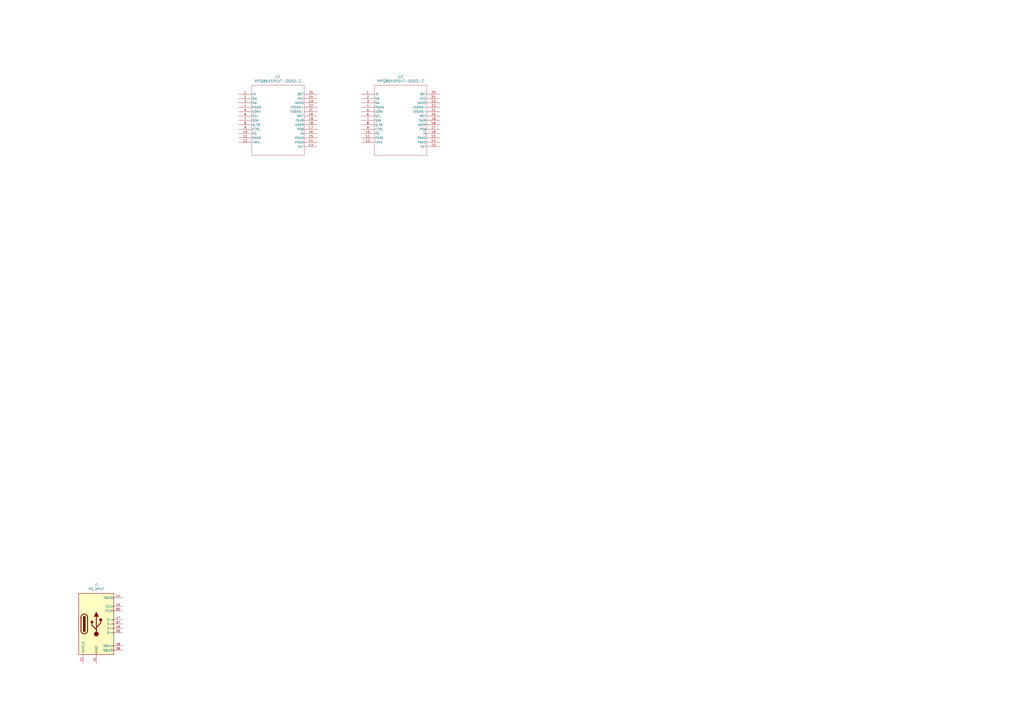
<source format=kicad_sch>
(kicad_sch (version 20231120) (generator "eeschema") (generator_version "8.0")
  (paper "A2")
  (lib_symbols
    (symbol "Connector:USB_C_Receptacle_USB2.0_16P" (pin_names (offset 1.016))
      (property "Reference" "J" (at 0 22.225 0))
      (property "Value" "USB_C_Receptacle_USB2.0_16P" (at 0 19.685 0))
      (symbol "USB_C_Receptacle_USB2.0_16P_0_0"
        (rectangle (start -0.254 -17.78) (end 0.254 -16.764))
        (rectangle (start 10.16 -14.986) (end 9.144 -15.494))
        (rectangle (start 10.16 -12.446) (end 9.144 -12.954))
        (rectangle (start 10.16 -4.826) (end 9.144 -5.334))
        (rectangle (start 10.16 -2.286) (end 9.144 -2.794))
        (rectangle (start 10.16 0.254) (end 9.144 -0.254))
        (rectangle (start 10.16 2.794) (end 9.144 2.286))
        (rectangle (start 10.16 7.874) (end 9.144 7.366))
        (rectangle (start 10.16 10.414) (end 9.144 9.906))
        (rectangle (start 10.16 15.494) (end 9.144 14.986))
      )
      (symbol "USB_C_Receptacle_USB2.0_16P_0_1"
        (rectangle (start -10.16 17.78) (end 10.16 -17.78) (stroke (width 0.254)) (fill (type background)))
        (arc (start -8.89 -3.81) (mid -6.985 -5.7067) (end -5.08 -3.81) (stroke (width 0.508)))
        (arc (start -7.62 -3.81) (mid -6.985 -4.4423) (end -6.35 -3.81) (stroke (width 0.254)))
        (arc (start -7.62 -3.81) (mid -6.985 -4.4423) (end -6.35 -3.81) (stroke (width 0.254)) (fill (type outline)))
        (rectangle (start -7.62 -3.81) (end -6.35 3.81) (stroke (width 0.254)) (fill (type outline)))
        (arc (start -6.35 3.81) (mid -6.985 4.4423) (end -7.62 3.81) (stroke (width 0.254)))
        (arc (start -6.35 3.81) (mid -6.985 4.4423) (end -7.62 3.81) (stroke (width 0.254)) (fill (type outline)))
        (arc (start -5.08 3.81) (mid -6.985 5.7067) (end -8.89 3.81) (stroke (width 0.508)))
        (circle (center -2.54 1.143) (radius 0.635) (stroke (width 0.254)) (fill (type outline)))
        (circle (center 0 -5.842) (radius 1.27) (fill (type outline)))
        (polyline (pts (xy -8.89 -3.81) (xy -8.89 3.81)) (stroke (width 0.508)))
        (polyline (pts (xy -5.08 3.81) (xy -5.08 -3.81)) (stroke (width 0.508)))
        (polyline (pts (xy 0 -5.842) (xy 0 4.318)) (stroke (width 0.508)))
        (polyline (pts (xy 0 -3.302) (xy -2.54 -0.762) (xy -2.54 0.508)) (stroke (width 0.508)))
        (polyline (pts (xy 0 -2.032) (xy 2.54 0.508) (xy 2.54 1.778)) (stroke (width 0.508)))
        (polyline (pts (xy -1.27 4.318) (xy 0 6.858) (xy 1.27 4.318) (xy -1.27 4.318)) (stroke (width 0.254)) (fill (type outline)))
        (rectangle (start 1.905 1.778) (end 3.175 3.048) (stroke (width 0.254)) (fill (type outline)))
      )
      (symbol "USB_C_Receptacle_USB2.0_16P_1_1"
        (pin passive line (at 0 -22.86 90) (length 5.08) (name "GND") (number "A1"))
        (pin passive line (at 0 -22.86 90) (length 5.08) hide (name "GND") (number "A12"))
        (pin passive line (at 15.24 15.24 180) (length 5.08) (name "VBUS") (number "A4"))
        (pin bidirectional line (at 15.24 10.16 180) (length 5.08) (name "CC1") (number "A5"))
        (pin bidirectional line (at 15.24 -2.54 180) (length 5.08) (name "D+") (number "A6"))
        (pin bidirectional line (at 15.24 2.54 180) (length 5.08) (name "D-") (number "A7"))
        (pin bidirectional line (at 15.24 -12.7 180) (length 5.08) (name "SBU1") (number "A8"))
        (pin passive line (at 15.24 15.24 180) (length 5.08) hide (name "VBUS") (number "A9"))
        (pin passive line (at 0 -22.86 90) (length 5.08) hide (name "GND") (number "B1"))
        (pin passive line (at 0 -22.86 90) (length 5.08) hide (name "GND") (number "B12"))
        (pin passive line (at 15.24 15.24 180) (length 5.08) hide (name "VBUS") (number "B4"))
        (pin bidirectional line (at 15.24 7.62 180) (length 5.08) (name "CC2") (number "B5"))
        (pin bidirectional line (at 15.24 -5.08 180) (length 5.08) (name "D+") (number "B6"))
        (pin bidirectional line (at 15.24 0 180) (length 5.08) (name "D-") (number "B7"))
        (pin bidirectional line (at 15.24 -15.24 180) (length 5.08) (name "SBU2") (number "B8"))
        (pin passive line (at 15.24 15.24 180) (length 5.08) hide (name "VBUS") (number "B9"))
        (pin passive line (at -7.62 -22.86 90) (length 5.08) (name "SHIELD") (number "S1"))
      )
    )
    (symbol "MPQ8645PGVT-0000-Z:MPQ8645PGVT-0000-Z" (pin_names (offset 0.254))
      (property "Reference" "U" (at 22.86 10.16 0))
      (property "Value" "MPQ8645PGVT-0000-Z" (at 22.86 7.62 0))
      (symbol "MPQ8645PGVT-0000-Z_0_1"
        (polyline (pts (xy 7.62 -35.56) (xy 38.1 -35.56)) (stroke (width 0.127)))
        (polyline (pts (xy 7.62 5.08) (xy 7.62 -35.56)) (stroke (width 0.127)))
        (polyline (pts (xy 38.1 -35.56) (xy 38.1 5.08)) (stroke (width 0.127)))
        (polyline (pts (xy 38.1 5.08) (xy 7.62 5.08)) (stroke (width 0.127)))
        (pin power_in line (at 0 0 0) (length 7.62) (name "IN") (number "1"))
        (pin output line (at 0 -22.86 0) (length 7.62) (name "PG") (number "10"))
        (pin unspecified line (at 0 -25.4 0) (length 7.62) (name "PASS") (number "11"))
        (pin unspecified line (at 0 -27.94 0) (length 7.62) (name "TAKE") (number "12"))
        (pin unspecified line (at 45.72 -30.48 180) (length 7.62) (name "SET") (number "13"))
        (pin power_in line (at 45.72 -27.94 180) (length 7.62) (name "PGND") (number "14"))
        (pin power_in line (at 45.72 -25.4 180) (length 7.62) (name "PGND") (number "15"))
        (pin power_in line (at 45.72 -22.86 180) (length 7.62) (name "IN") (number "16"))
        (pin unspecified line (at 45.72 -20.32 180) (length 7.62) (name "PS#") (number "17"))
        (pin unspecified line (at 45.72 -17.78 180) (length 7.62) (name "ADDR") (number "18"))
        (pin output line (at 45.72 -15.24 180) (length 7.62) (name "ISUM") (number "19"))
        (pin output line (at 0 -2.54 0) (length 7.62) (name "SW") (number "2"))
        (pin output line (at 45.72 -12.7 180) (length 7.62) (name "IREF") (number "20"))
        (pin unspecified line (at 45.72 -10.16 180) (length 7.62) (name "VOSNS-") (number "21"))
        (pin unspecified line (at 45.72 -7.62 180) (length 7.62) (name "VOSNS+") (number "22"))
        (pin power_in line (at 45.72 -5.08 180) (length 7.62) (name "AGND") (number "23"))
        (pin power_in line (at 45.72 -2.54 180) (length 7.62) (name "VCC") (number "24"))
        (pin unspecified line (at 45.72 0 180) (length 7.62) (name "BST") (number "25"))
        (pin output line (at 0 -5.08 0) (length 7.62) (name "SW") (number "3"))
        (pin power_in line (at 0 -7.62 0) (length 7.62) (name "PGND") (number "4"))
        (pin input line (at 0 -10.16 0) (length 7.62) (name "VDRV") (number "5"))
        (pin unspecified line (at 0 -12.7 0) (length 7.62) (name "SCL") (number "6"))
        (pin unspecified line (at 0 -15.24 0) (length 7.62) (name "SDA") (number "7"))
        (pin unspecified line (at 0 -17.78 0) (length 7.62) (name "ALT#") (number "8"))
        (pin input line (at 0 -20.32 0) (length 7.62) (name "CTRL") (number "9"))
      )
    )
  )
  (symbol (lib_id "MPQ8645PGVT-0000-Z:MPQ8645PGVT-0000-Z") (at 209.55 54.61 0) (unit 1)
    (property "Reference" "U2" (at 232.41 44.45 0) (effects (font (size 1.524 1.524))))
    (property "Value" "MPQ8645PGVT-0000-Z" (at 232.41 46.99 0) (effects (font (size 1.524 1.524))))
    (property "Footprint" "TQFN-25_MPQ8645P_MNP" (effects (hide yes)))
    (property "Datasheet" "MPQ8645PGVT-0000-Z" (effects (hide yes)))
  )
  (symbol (lib_id "Connector:USB_C_Receptacle_USB2.0_16P") (at 55.88 361.95 0) (unit 1)
    (property "Reference" "J1" (at 55.88 339.09 0))
    (property "Value" "PD_INPUT" (at 55.88 341.63 0))
    (property "Datasheet" "https://www.usb.org/sites/default/files/documents/usb_type-c.zip" (effects (hide yes)))
    (property "Description" "USB 2.0-only 16P Type-C Receptacle connector" (effects (hide yes)))
  )
  (symbol (lib_id "MPQ8645PGVT-0000-Z:MPQ8645PGVT-0000-Z") (at 138.43 54.61 0) (unit 1)
    (property "Reference" "U1" (at 161.29 44.45 0) (effects (font (size 1.524 1.524))))
    (property "Value" "MPQ8645PGVT-0000-Z" (at 161.29 46.99 0) (effects (font (size 1.524 1.524))))
    (property "Footprint" "TQFN-25_MPQ8645P_MNP" (effects (hide yes)))
    (property "Datasheet" "MPQ8645PGVT-0000-Z" (effects (hide yes)))
  )
)
</source>
